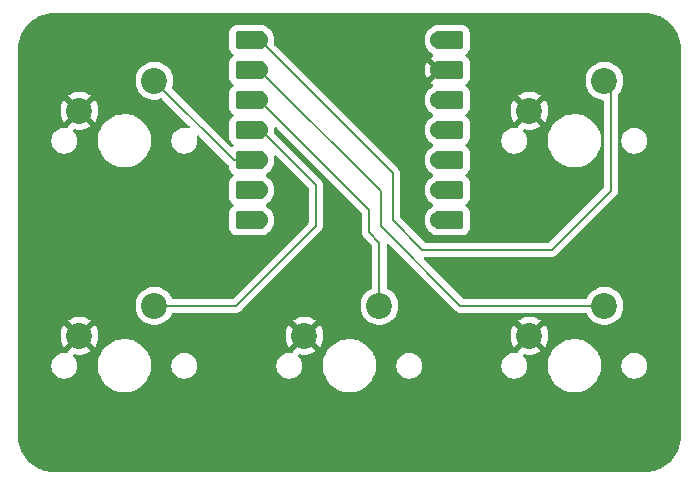
<source format=gbr>
%TF.GenerationSoftware,KiCad,Pcbnew,9.0.2-9.0.2-0~ubuntu24.04.1*%
%TF.CreationDate,2025-08-01T01:18:43+01:00*%
%TF.ProjectId,cadpadPCB,63616470-6164-4504-9342-2e6b69636164,rev?*%
%TF.SameCoordinates,Original*%
%TF.FileFunction,Copper,L1,Top*%
%TF.FilePolarity,Positive*%
%FSLAX46Y46*%
G04 Gerber Fmt 4.6, Leading zero omitted, Abs format (unit mm)*
G04 Created by KiCad (PCBNEW 9.0.2-9.0.2-0~ubuntu24.04.1) date 2025-08-01 01:18:43*
%MOMM*%
%LPD*%
G01*
G04 APERTURE LIST*
G04 Aperture macros list*
%AMRoundRect*
0 Rectangle with rounded corners*
0 $1 Rounding radius*
0 $2 $3 $4 $5 $6 $7 $8 $9 X,Y pos of 4 corners*
0 Add a 4 corners polygon primitive as box body*
4,1,4,$2,$3,$4,$5,$6,$7,$8,$9,$2,$3,0*
0 Add four circle primitives for the rounded corners*
1,1,$1+$1,$2,$3*
1,1,$1+$1,$4,$5*
1,1,$1+$1,$6,$7*
1,1,$1+$1,$8,$9*
0 Add four rect primitives between the rounded corners*
20,1,$1+$1,$2,$3,$4,$5,0*
20,1,$1+$1,$4,$5,$6,$7,0*
20,1,$1+$1,$6,$7,$8,$9,0*
20,1,$1+$1,$8,$9,$2,$3,0*%
G04 Aperture macros list end*
%TA.AperFunction,ComponentPad*%
%ADD10C,2.200000*%
%TD*%
%TA.AperFunction,SMDPad,CuDef*%
%ADD11RoundRect,0.152400X1.063600X0.609600X-1.063600X0.609600X-1.063600X-0.609600X1.063600X-0.609600X0*%
%TD*%
%TA.AperFunction,ComponentPad*%
%ADD12C,1.524000*%
%TD*%
%TA.AperFunction,SMDPad,CuDef*%
%ADD13RoundRect,0.152400X-1.063600X-0.609600X1.063600X-0.609600X1.063600X0.609600X-1.063600X0.609600X0*%
%TD*%
%TA.AperFunction,Conductor*%
%ADD14C,0.200000*%
%TD*%
G04 APERTURE END LIST*
D10*
%TO.P,SW1,1,1*%
%TO.N,Net-(U1-GPIO6{slash}SDA)*%
X116840000Y-49688750D03*
%TO.P,SW1,2,2*%
%TO.N,GND*%
X110490000Y-52228750D03*
%TD*%
%TO.P,SW5,1,1*%
%TO.N,Net-(U1-GPIO26{slash}ADC0{slash}A0)*%
X154940000Y-49688750D03*
%TO.P,SW5,2,2*%
%TO.N,GND*%
X148590000Y-52228750D03*
%TD*%
%TO.P,SW2,1,1*%
%TO.N,Net-(U1-GPIO29{slash}ADC3{slash}A3)*%
X116840000Y-68738750D03*
%TO.P,SW2,2,2*%
%TO.N,GND*%
X110490000Y-71278750D03*
%TD*%
D11*
%TO.P,U1,1,GPIO26/ADC0/A0*%
%TO.N,Net-(U1-GPIO26{slash}ADC0{slash}A0)*%
X124895000Y-46260000D03*
D12*
X125730000Y-46260000D03*
D11*
%TO.P,U1,2,GPIO27/ADC1/A1*%
%TO.N,Net-(U1-GPIO27{slash}ADC1{slash}A1)*%
X124895000Y-48800000D03*
D12*
X125730000Y-48800000D03*
D11*
%TO.P,U1,3,GPIO28/ADC2/A2*%
%TO.N,Net-(U1-GPIO28{slash}ADC2{slash}A2)*%
X124895000Y-51340000D03*
D12*
X125730000Y-51340000D03*
D11*
%TO.P,U1,4,GPIO29/ADC3/A3*%
%TO.N,Net-(U1-GPIO29{slash}ADC3{slash}A3)*%
X124895000Y-53880000D03*
D12*
X125730000Y-53880000D03*
D11*
%TO.P,U1,5,GPIO6/SDA*%
%TO.N,Net-(U1-GPIO6{slash}SDA)*%
X124895000Y-56420000D03*
D12*
X125730000Y-56420000D03*
D11*
%TO.P,U1,6,GPIO7/SCL*%
%TO.N,unconnected-(U1-GPIO7{slash}SCL-Pad6)*%
X124895000Y-58960000D03*
D12*
X125730000Y-58960000D03*
D11*
%TO.P,U1,7,GPIO0/TX*%
%TO.N,unconnected-(U1-GPIO0{slash}TX-Pad7)*%
X124895000Y-61500000D03*
D12*
X125730000Y-61500000D03*
%TO.P,U1,8,GPIO1/RX*%
%TO.N,unconnected-(U1-GPIO1{slash}RX-Pad8)*%
X140970000Y-61500000D03*
D13*
X141805000Y-61500000D03*
D12*
%TO.P,U1,9,GPIO2/SCK*%
%TO.N,unconnected-(U1-GPIO2{slash}SCK-Pad9)*%
X140970000Y-58960000D03*
D13*
X141805000Y-58960000D03*
D12*
%TO.P,U1,10,GPIO4/MISO*%
%TO.N,unconnected-(U1-GPIO4{slash}MISO-Pad10)*%
X140970000Y-56420000D03*
D13*
X141805000Y-56420000D03*
D12*
%TO.P,U1,11,GPIO3/MOSI*%
%TO.N,unconnected-(U1-GPIO3{slash}MOSI-Pad11)*%
X140970000Y-53880000D03*
D13*
X141805000Y-53880000D03*
D12*
%TO.P,U1,12,3V3*%
%TO.N,unconnected-(U1-3V3-Pad12)*%
X140970000Y-51340000D03*
D13*
X141805000Y-51340000D03*
D12*
%TO.P,U1,13,GND*%
%TO.N,GND*%
X140970000Y-48800000D03*
D13*
X141805000Y-48800000D03*
D12*
%TO.P,U1,14,VBUS*%
%TO.N,unconnected-(U1-VBUS-Pad14)*%
X140970000Y-46260000D03*
D13*
X141805000Y-46260000D03*
%TD*%
D10*
%TO.P,SW3,1,1*%
%TO.N,Net-(U1-GPIO28{slash}ADC2{slash}A2)*%
X135890000Y-68738750D03*
%TO.P,SW3,2,2*%
%TO.N,GND*%
X129540000Y-71278750D03*
%TD*%
%TO.P,SW4,1,1*%
%TO.N,Net-(U1-GPIO27{slash}ADC1{slash}A1)*%
X154940000Y-68738750D03*
%TO.P,SW4,2,2*%
%TO.N,GND*%
X148590000Y-71278750D03*
%TD*%
D14*
%TO.N,Net-(U1-GPIO6{slash}SDA)*%
X125730000Y-56420000D02*
X123571250Y-56420000D01*
X123571250Y-56420000D02*
X116840000Y-49688750D01*
%TO.N,Net-(U1-GPIO29{slash}ADC3{slash}A3)*%
X125730000Y-53880000D02*
X125880000Y-53880000D01*
X123761250Y-68738750D02*
X116840000Y-68738750D01*
X125880000Y-53880000D02*
X130500000Y-58500000D01*
X130500000Y-58500000D02*
X130500000Y-62000000D01*
X130500000Y-62000000D02*
X123761250Y-68738750D01*
%TO.N,Net-(U1-GPIO28{slash}ADC2{slash}A2)*%
X135000000Y-62500000D02*
X135890000Y-63390000D01*
X135890000Y-63390000D02*
X135890000Y-68738750D01*
X135000000Y-60610000D02*
X135000000Y-62500000D01*
X125730000Y-51340000D02*
X135000000Y-60610000D01*
%TO.N,Net-(U1-GPIO27{slash}ADC1{slash}A1)*%
X142738750Y-68738750D02*
X154940000Y-68738750D01*
X136000000Y-59070000D02*
X136000000Y-62000000D01*
X125730000Y-48800000D02*
X136000000Y-59070000D01*
X136000000Y-62000000D02*
X142738750Y-68738750D01*
%TO.N,Net-(U1-GPIO26{slash}ADC0{slash}A0)*%
X139500000Y-64000000D02*
X150500000Y-64000000D01*
X125760000Y-46260000D02*
X137000000Y-57500000D01*
X137000000Y-57500000D02*
X137000000Y-61500000D01*
X124895000Y-46260000D02*
X125760000Y-46260000D01*
X155500000Y-59000000D02*
X155500000Y-50248750D01*
X137000000Y-61500000D02*
X139500000Y-64000000D01*
X155500000Y-50248750D02*
X154940000Y-49688750D01*
X150500000Y-64000000D02*
X155500000Y-59000000D01*
%TD*%
%TA.AperFunction,Conductor*%
%TO.N,GND*%
G36*
X158287372Y-43958350D02*
G01*
X158350022Y-43958349D01*
X158356507Y-43958518D01*
X158667825Y-43974831D01*
X158680714Y-43976185D01*
X158985439Y-44024445D01*
X158998116Y-44027141D01*
X159296114Y-44106986D01*
X159308429Y-44110987D01*
X159596356Y-44221510D01*
X159596445Y-44221544D01*
X159608300Y-44226822D01*
X159883184Y-44366880D01*
X159894399Y-44373355D01*
X160153097Y-44541354D01*
X160153137Y-44541380D01*
X160163637Y-44549009D01*
X160403377Y-44743145D01*
X160413023Y-44751830D01*
X160631157Y-44969964D01*
X160639842Y-44979609D01*
X160833987Y-45219357D01*
X160841616Y-45229858D01*
X161009630Y-45488576D01*
X161016120Y-45499817D01*
X161156171Y-45774686D01*
X161161450Y-45786543D01*
X161272002Y-46074542D01*
X161276013Y-46086886D01*
X161355857Y-46384872D01*
X161358553Y-46397554D01*
X161406811Y-46702254D01*
X161408167Y-46715162D01*
X161424466Y-47026204D01*
X161424636Y-47032693D01*
X161424636Y-47082464D01*
X161424501Y-79706043D01*
X161424501Y-79706044D01*
X161424500Y-79768689D01*
X161424330Y-79775178D01*
X161408012Y-80086474D01*
X161406655Y-80099383D01*
X161358394Y-80404059D01*
X161355696Y-80416754D01*
X161275856Y-80714710D01*
X161271844Y-80727054D01*
X161161295Y-81015034D01*
X161156016Y-81026891D01*
X161015967Y-81301743D01*
X161009478Y-81312983D01*
X160841475Y-81571680D01*
X160833845Y-81582181D01*
X160639709Y-81821913D01*
X160631024Y-81831558D01*
X160412901Y-82049676D01*
X160403256Y-82058361D01*
X160163524Y-82252486D01*
X160153030Y-82260111D01*
X159894313Y-82428119D01*
X159883077Y-82434605D01*
X159608227Y-82574645D01*
X159596371Y-82579923D01*
X159308389Y-82690466D01*
X159296044Y-82694477D01*
X158998085Y-82774310D01*
X158985390Y-82777009D01*
X158680706Y-82825263D01*
X158667797Y-82826619D01*
X158354896Y-82843013D01*
X158348430Y-82843183D01*
X158343526Y-82843183D01*
X158287372Y-82843183D01*
X158287331Y-82843193D01*
X158279380Y-82843195D01*
X158279376Y-82843193D01*
X158279358Y-82843195D01*
X108350215Y-82843248D01*
X108343725Y-82843078D01*
X108032420Y-82826762D01*
X108019511Y-82825405D01*
X108018614Y-82825263D01*
X107971765Y-82817842D01*
X107714832Y-82777146D01*
X107702138Y-82774448D01*
X107622175Y-82753021D01*
X107404160Y-82694603D01*
X107391817Y-82690592D01*
X107103826Y-82580042D01*
X107091969Y-82574763D01*
X107091737Y-82574645D01*
X106817105Y-82434711D01*
X106805865Y-82428221D01*
X106547156Y-82260214D01*
X106536655Y-82252585D01*
X106296913Y-82058445D01*
X106287268Y-82049760D01*
X106069144Y-81831636D01*
X106060459Y-81821991D01*
X105866322Y-81582253D01*
X105858693Y-81571753D01*
X105759225Y-81418588D01*
X105690673Y-81313027D01*
X105684185Y-81301788D01*
X105544143Y-81026944D01*
X105538863Y-81015087D01*
X105428310Y-80727090D01*
X105424300Y-80714747D01*
X105344453Y-80416766D01*
X105341754Y-80404070D01*
X105330837Y-80335149D01*
X105293492Y-80099380D01*
X105292138Y-80086502D01*
X105275825Y-79775290D01*
X105275656Y-79768873D01*
X105275643Y-73732139D01*
X108119500Y-73732139D01*
X108119500Y-73905361D01*
X108146598Y-74076451D01*
X108200127Y-74241195D01*
X108278768Y-74395538D01*
X108380586Y-74535678D01*
X108503072Y-74658164D01*
X108643212Y-74759982D01*
X108797555Y-74838623D01*
X108962299Y-74892152D01*
X109133389Y-74919250D01*
X109133390Y-74919250D01*
X109306610Y-74919250D01*
X109306611Y-74919250D01*
X109477701Y-74892152D01*
X109642445Y-74838623D01*
X109796788Y-74759982D01*
X109936928Y-74658164D01*
X110059414Y-74535678D01*
X110161232Y-74395538D01*
X110239873Y-74241195D01*
X110293402Y-74076451D01*
X110320500Y-73905361D01*
X110320500Y-73732139D01*
X110310854Y-73671236D01*
X112049500Y-73671236D01*
X112049500Y-73966263D01*
X112081571Y-74209863D01*
X112088007Y-74258743D01*
X112162212Y-74535680D01*
X112164361Y-74543701D01*
X112164364Y-74543711D01*
X112277254Y-74816250D01*
X112277258Y-74816260D01*
X112424761Y-75071743D01*
X112604352Y-75305790D01*
X112604358Y-75305797D01*
X112812952Y-75514391D01*
X112812959Y-75514397D01*
X113047006Y-75693988D01*
X113302489Y-75841491D01*
X113302490Y-75841491D01*
X113302493Y-75841493D01*
X113575048Y-75954389D01*
X113860007Y-76030743D01*
X114152494Y-76069250D01*
X114152501Y-76069250D01*
X114447499Y-76069250D01*
X114447506Y-76069250D01*
X114739993Y-76030743D01*
X115024952Y-75954389D01*
X115297507Y-75841493D01*
X115552994Y-75693988D01*
X115787042Y-75514396D01*
X115995646Y-75305792D01*
X116175238Y-75071744D01*
X116322743Y-74816257D01*
X116435639Y-74543702D01*
X116511993Y-74258743D01*
X116550500Y-73966256D01*
X116550500Y-73732139D01*
X118279500Y-73732139D01*
X118279500Y-73905361D01*
X118306598Y-74076451D01*
X118360127Y-74241195D01*
X118438768Y-74395538D01*
X118540586Y-74535678D01*
X118663072Y-74658164D01*
X118803212Y-74759982D01*
X118957555Y-74838623D01*
X119122299Y-74892152D01*
X119293389Y-74919250D01*
X119293390Y-74919250D01*
X119466610Y-74919250D01*
X119466611Y-74919250D01*
X119637701Y-74892152D01*
X119802445Y-74838623D01*
X119956788Y-74759982D01*
X120096928Y-74658164D01*
X120219414Y-74535678D01*
X120321232Y-74395538D01*
X120399873Y-74241195D01*
X120453402Y-74076451D01*
X120480500Y-73905361D01*
X120480500Y-73732139D01*
X127169500Y-73732139D01*
X127169500Y-73905361D01*
X127196598Y-74076451D01*
X127250127Y-74241195D01*
X127328768Y-74395538D01*
X127430586Y-74535678D01*
X127553072Y-74658164D01*
X127693212Y-74759982D01*
X127847555Y-74838623D01*
X128012299Y-74892152D01*
X128183389Y-74919250D01*
X128183390Y-74919250D01*
X128356610Y-74919250D01*
X128356611Y-74919250D01*
X128527701Y-74892152D01*
X128692445Y-74838623D01*
X128846788Y-74759982D01*
X128986928Y-74658164D01*
X129109414Y-74535678D01*
X129211232Y-74395538D01*
X129289873Y-74241195D01*
X129343402Y-74076451D01*
X129370500Y-73905361D01*
X129370500Y-73732139D01*
X129360854Y-73671236D01*
X131099500Y-73671236D01*
X131099500Y-73966263D01*
X131131571Y-74209863D01*
X131138007Y-74258743D01*
X131212212Y-74535680D01*
X131214361Y-74543701D01*
X131214364Y-74543711D01*
X131327254Y-74816250D01*
X131327258Y-74816260D01*
X131474761Y-75071743D01*
X131654352Y-75305790D01*
X131654358Y-75305797D01*
X131862952Y-75514391D01*
X131862959Y-75514397D01*
X132097006Y-75693988D01*
X132352489Y-75841491D01*
X132352490Y-75841491D01*
X132352493Y-75841493D01*
X132625048Y-75954389D01*
X132910007Y-76030743D01*
X133202494Y-76069250D01*
X133202501Y-76069250D01*
X133497499Y-76069250D01*
X133497506Y-76069250D01*
X133789993Y-76030743D01*
X134074952Y-75954389D01*
X134347507Y-75841493D01*
X134602994Y-75693988D01*
X134837042Y-75514396D01*
X135045646Y-75305792D01*
X135225238Y-75071744D01*
X135372743Y-74816257D01*
X135485639Y-74543702D01*
X135561993Y-74258743D01*
X135600500Y-73966256D01*
X135600500Y-73732139D01*
X137329500Y-73732139D01*
X137329500Y-73905361D01*
X137356598Y-74076451D01*
X137410127Y-74241195D01*
X137488768Y-74395538D01*
X137590586Y-74535678D01*
X137713072Y-74658164D01*
X137853212Y-74759982D01*
X138007555Y-74838623D01*
X138172299Y-74892152D01*
X138343389Y-74919250D01*
X138343390Y-74919250D01*
X138516610Y-74919250D01*
X138516611Y-74919250D01*
X138687701Y-74892152D01*
X138852445Y-74838623D01*
X139006788Y-74759982D01*
X139146928Y-74658164D01*
X139269414Y-74535678D01*
X139371232Y-74395538D01*
X139449873Y-74241195D01*
X139503402Y-74076451D01*
X139530500Y-73905361D01*
X139530500Y-73732139D01*
X146219500Y-73732139D01*
X146219500Y-73905361D01*
X146246598Y-74076451D01*
X146300127Y-74241195D01*
X146378768Y-74395538D01*
X146480586Y-74535678D01*
X146603072Y-74658164D01*
X146743212Y-74759982D01*
X146897555Y-74838623D01*
X147062299Y-74892152D01*
X147233389Y-74919250D01*
X147233390Y-74919250D01*
X147406610Y-74919250D01*
X147406611Y-74919250D01*
X147577701Y-74892152D01*
X147742445Y-74838623D01*
X147896788Y-74759982D01*
X148036928Y-74658164D01*
X148159414Y-74535678D01*
X148261232Y-74395538D01*
X148339873Y-74241195D01*
X148393402Y-74076451D01*
X148420500Y-73905361D01*
X148420500Y-73732139D01*
X148410854Y-73671236D01*
X150149500Y-73671236D01*
X150149500Y-73966263D01*
X150181571Y-74209863D01*
X150188007Y-74258743D01*
X150262212Y-74535680D01*
X150264361Y-74543701D01*
X150264364Y-74543711D01*
X150377254Y-74816250D01*
X150377258Y-74816260D01*
X150524761Y-75071743D01*
X150704352Y-75305790D01*
X150704358Y-75305797D01*
X150912952Y-75514391D01*
X150912959Y-75514397D01*
X151147006Y-75693988D01*
X151402489Y-75841491D01*
X151402490Y-75841491D01*
X151402493Y-75841493D01*
X151675048Y-75954389D01*
X151960007Y-76030743D01*
X152252494Y-76069250D01*
X152252501Y-76069250D01*
X152547499Y-76069250D01*
X152547506Y-76069250D01*
X152839993Y-76030743D01*
X153124952Y-75954389D01*
X153397507Y-75841493D01*
X153652994Y-75693988D01*
X153887042Y-75514396D01*
X154095646Y-75305792D01*
X154275238Y-75071744D01*
X154422743Y-74816257D01*
X154535639Y-74543702D01*
X154611993Y-74258743D01*
X154650500Y-73966256D01*
X154650500Y-73732139D01*
X156379500Y-73732139D01*
X156379500Y-73905361D01*
X156406598Y-74076451D01*
X156460127Y-74241195D01*
X156538768Y-74395538D01*
X156640586Y-74535678D01*
X156763072Y-74658164D01*
X156903212Y-74759982D01*
X157057555Y-74838623D01*
X157222299Y-74892152D01*
X157393389Y-74919250D01*
X157393390Y-74919250D01*
X157566610Y-74919250D01*
X157566611Y-74919250D01*
X157737701Y-74892152D01*
X157902445Y-74838623D01*
X158056788Y-74759982D01*
X158196928Y-74658164D01*
X158319414Y-74535678D01*
X158421232Y-74395538D01*
X158499873Y-74241195D01*
X158553402Y-74076451D01*
X158580500Y-73905361D01*
X158580500Y-73732139D01*
X158553402Y-73561049D01*
X158499873Y-73396305D01*
X158421232Y-73241962D01*
X158319414Y-73101822D01*
X158196928Y-72979336D01*
X158056788Y-72877518D01*
X157902445Y-72798877D01*
X157737701Y-72745348D01*
X157737699Y-72745347D01*
X157737698Y-72745347D01*
X157606271Y-72724531D01*
X157566611Y-72718250D01*
X157393389Y-72718250D01*
X157353728Y-72724531D01*
X157222302Y-72745347D01*
X157057552Y-72798878D01*
X156903211Y-72877518D01*
X156847115Y-72918275D01*
X156763072Y-72979336D01*
X156763070Y-72979338D01*
X156763069Y-72979338D01*
X156640588Y-73101819D01*
X156640588Y-73101820D01*
X156640586Y-73101822D01*
X156596859Y-73162006D01*
X156538768Y-73241961D01*
X156460128Y-73396302D01*
X156406597Y-73561052D01*
X156380272Y-73727267D01*
X156379500Y-73732139D01*
X154650500Y-73732139D01*
X154650500Y-73671244D01*
X154611993Y-73378757D01*
X154535639Y-73093798D01*
X154422743Y-72821243D01*
X154372604Y-72734400D01*
X154275238Y-72565756D01*
X154095647Y-72331709D01*
X154095641Y-72331702D01*
X153887047Y-72123108D01*
X153887040Y-72123102D01*
X153652993Y-71943511D01*
X153397510Y-71796008D01*
X153397500Y-71796004D01*
X153124961Y-71683114D01*
X153124954Y-71683112D01*
X153124952Y-71683111D01*
X152839993Y-71606757D01*
X152791113Y-71600321D01*
X152547513Y-71568250D01*
X152547506Y-71568250D01*
X152252494Y-71568250D01*
X152252486Y-71568250D01*
X151974085Y-71604903D01*
X151960007Y-71606757D01*
X151785861Y-71653419D01*
X151675048Y-71683111D01*
X151675038Y-71683114D01*
X151402499Y-71796004D01*
X151402489Y-71796008D01*
X151147006Y-71943511D01*
X150912959Y-72123102D01*
X150912952Y-72123108D01*
X150704358Y-72331702D01*
X150704352Y-72331709D01*
X150524761Y-72565756D01*
X150377258Y-72821239D01*
X150377254Y-72821249D01*
X150264364Y-73093788D01*
X150264361Y-73093798D01*
X150188008Y-73378754D01*
X150188006Y-73378765D01*
X150149500Y-73671236D01*
X148410854Y-73671236D01*
X148393402Y-73561049D01*
X148339873Y-73396305D01*
X148261232Y-73241962D01*
X148159414Y-73101822D01*
X148106882Y-73049290D01*
X148073397Y-72987967D01*
X148078381Y-72918275D01*
X148120253Y-72862342D01*
X148185717Y-72837925D01*
X148213961Y-72839136D01*
X148464072Y-72878750D01*
X148715928Y-72878750D01*
X148964669Y-72839352D01*
X149204184Y-72761530D01*
X149428575Y-72647196D01*
X149428581Y-72647192D01*
X149530697Y-72573000D01*
X149530698Y-72573000D01*
X148914025Y-71956328D01*
X148945258Y-71943391D01*
X149068097Y-71861313D01*
X149172563Y-71756847D01*
X149254641Y-71634008D01*
X149267577Y-71602775D01*
X149884250Y-72219448D01*
X149884250Y-72219447D01*
X149958442Y-72117331D01*
X149958446Y-72117325D01*
X150072780Y-71892934D01*
X150150602Y-71653419D01*
X150190000Y-71404678D01*
X150190000Y-71152821D01*
X150150602Y-70904080D01*
X150072780Y-70664565D01*
X149958442Y-70440166D01*
X149884250Y-70338051D01*
X149884250Y-70338050D01*
X149267577Y-70954723D01*
X149254641Y-70923492D01*
X149172563Y-70800653D01*
X149068097Y-70696187D01*
X148945258Y-70614109D01*
X148914024Y-70601171D01*
X149530698Y-69984498D01*
X149428583Y-69910307D01*
X149204184Y-69795969D01*
X148964669Y-69718147D01*
X148715928Y-69678750D01*
X148464072Y-69678750D01*
X148215330Y-69718147D01*
X147975815Y-69795969D01*
X147751413Y-69910309D01*
X147649301Y-69984497D01*
X147649300Y-69984498D01*
X148265974Y-70601171D01*
X148234742Y-70614109D01*
X148111903Y-70696187D01*
X148007437Y-70800653D01*
X147925359Y-70923492D01*
X147912421Y-70954724D01*
X147295748Y-70338050D01*
X147295747Y-70338051D01*
X147221559Y-70440163D01*
X147107219Y-70664565D01*
X147029397Y-70904080D01*
X146990000Y-71152821D01*
X146990000Y-71404678D01*
X147029397Y-71653419D01*
X147107219Y-71892934D01*
X147221557Y-72117333D01*
X147295748Y-72219447D01*
X147295748Y-72219448D01*
X147912421Y-71602774D01*
X147925359Y-71634008D01*
X148007437Y-71756847D01*
X148111903Y-71861313D01*
X148234742Y-71943391D01*
X148265974Y-71956327D01*
X147649300Y-72573000D01*
X147651598Y-72602199D01*
X147637233Y-72670577D01*
X147588181Y-72720333D01*
X147520016Y-72735671D01*
X147508583Y-72734400D01*
X147406611Y-72718250D01*
X147233389Y-72718250D01*
X147193728Y-72724531D01*
X147062302Y-72745347D01*
X146897552Y-72798878D01*
X146743211Y-72877518D01*
X146687115Y-72918275D01*
X146603072Y-72979336D01*
X146603070Y-72979338D01*
X146603069Y-72979338D01*
X146480588Y-73101819D01*
X146480588Y-73101820D01*
X146480586Y-73101822D01*
X146436859Y-73162006D01*
X146378768Y-73241961D01*
X146300128Y-73396302D01*
X146246597Y-73561052D01*
X146220272Y-73727267D01*
X146219500Y-73732139D01*
X139530500Y-73732139D01*
X139503402Y-73561049D01*
X139449873Y-73396305D01*
X139371232Y-73241962D01*
X139269414Y-73101822D01*
X139146928Y-72979336D01*
X139006788Y-72877518D01*
X138852445Y-72798877D01*
X138687701Y-72745348D01*
X138687699Y-72745347D01*
X138687698Y-72745347D01*
X138556271Y-72724531D01*
X138516611Y-72718250D01*
X138343389Y-72718250D01*
X138303728Y-72724531D01*
X138172302Y-72745347D01*
X138007552Y-72798878D01*
X137853211Y-72877518D01*
X137797115Y-72918275D01*
X137713072Y-72979336D01*
X137713070Y-72979338D01*
X137713069Y-72979338D01*
X137590588Y-73101819D01*
X137590588Y-73101820D01*
X137590586Y-73101822D01*
X137546859Y-73162006D01*
X137488768Y-73241961D01*
X137410128Y-73396302D01*
X137356597Y-73561052D01*
X137330272Y-73727267D01*
X137329500Y-73732139D01*
X135600500Y-73732139D01*
X135600500Y-73671244D01*
X135561993Y-73378757D01*
X135485639Y-73093798D01*
X135372743Y-72821243D01*
X135322604Y-72734400D01*
X135225238Y-72565756D01*
X135045647Y-72331709D01*
X135045641Y-72331702D01*
X134837047Y-72123108D01*
X134837040Y-72123102D01*
X134602993Y-71943511D01*
X134347510Y-71796008D01*
X134347500Y-71796004D01*
X134074961Y-71683114D01*
X134074954Y-71683112D01*
X134074952Y-71683111D01*
X133789993Y-71606757D01*
X133741113Y-71600321D01*
X133497513Y-71568250D01*
X133497506Y-71568250D01*
X133202494Y-71568250D01*
X133202486Y-71568250D01*
X132924085Y-71604903D01*
X132910007Y-71606757D01*
X132735861Y-71653419D01*
X132625048Y-71683111D01*
X132625038Y-71683114D01*
X132352499Y-71796004D01*
X132352489Y-71796008D01*
X132097006Y-71943511D01*
X131862959Y-72123102D01*
X131862952Y-72123108D01*
X131654358Y-72331702D01*
X131654352Y-72331709D01*
X131474761Y-72565756D01*
X131327258Y-72821239D01*
X131327254Y-72821249D01*
X131214364Y-73093788D01*
X131214361Y-73093798D01*
X131138008Y-73378754D01*
X131138006Y-73378765D01*
X131099500Y-73671236D01*
X129360854Y-73671236D01*
X129343402Y-73561049D01*
X129289873Y-73396305D01*
X129211232Y-73241962D01*
X129109414Y-73101822D01*
X129056882Y-73049290D01*
X129023397Y-72987967D01*
X129028381Y-72918275D01*
X129070253Y-72862342D01*
X129135717Y-72837925D01*
X129163961Y-72839136D01*
X129414072Y-72878750D01*
X129665928Y-72878750D01*
X129914669Y-72839352D01*
X130154184Y-72761530D01*
X130378575Y-72647196D01*
X130378581Y-72647192D01*
X130480697Y-72573000D01*
X130480698Y-72573000D01*
X129864025Y-71956328D01*
X129895258Y-71943391D01*
X130018097Y-71861313D01*
X130122563Y-71756847D01*
X130204641Y-71634008D01*
X130217577Y-71602775D01*
X130834250Y-72219448D01*
X130834250Y-72219447D01*
X130908442Y-72117331D01*
X130908446Y-72117325D01*
X131022780Y-71892934D01*
X131100602Y-71653419D01*
X131140000Y-71404678D01*
X131140000Y-71152821D01*
X131100602Y-70904080D01*
X131022780Y-70664565D01*
X130908442Y-70440166D01*
X130834250Y-70338051D01*
X130834250Y-70338050D01*
X130217577Y-70954723D01*
X130204641Y-70923492D01*
X130122563Y-70800653D01*
X130018097Y-70696187D01*
X129895258Y-70614109D01*
X129864024Y-70601171D01*
X130480698Y-69984498D01*
X130378583Y-69910307D01*
X130154184Y-69795969D01*
X129914669Y-69718147D01*
X129665928Y-69678750D01*
X129414072Y-69678750D01*
X129165330Y-69718147D01*
X128925815Y-69795969D01*
X128701413Y-69910309D01*
X128599301Y-69984497D01*
X128599300Y-69984498D01*
X129215974Y-70601171D01*
X129184742Y-70614109D01*
X129061903Y-70696187D01*
X128957437Y-70800653D01*
X128875359Y-70923492D01*
X128862421Y-70954724D01*
X128245748Y-70338050D01*
X128245747Y-70338051D01*
X128171559Y-70440163D01*
X128057219Y-70664565D01*
X127979397Y-70904080D01*
X127940000Y-71152821D01*
X127940000Y-71404678D01*
X127979397Y-71653419D01*
X128057219Y-71892934D01*
X128171557Y-72117333D01*
X128245748Y-72219447D01*
X128245748Y-72219448D01*
X128862421Y-71602774D01*
X128875359Y-71634008D01*
X128957437Y-71756847D01*
X129061903Y-71861313D01*
X129184742Y-71943391D01*
X129215974Y-71956327D01*
X128599300Y-72573000D01*
X128601598Y-72602199D01*
X128587233Y-72670577D01*
X128538181Y-72720333D01*
X128470016Y-72735671D01*
X128458583Y-72734400D01*
X128356611Y-72718250D01*
X128183389Y-72718250D01*
X128143728Y-72724531D01*
X128012302Y-72745347D01*
X127847552Y-72798878D01*
X127693211Y-72877518D01*
X127637115Y-72918275D01*
X127553072Y-72979336D01*
X127553070Y-72979338D01*
X127553069Y-72979338D01*
X127430588Y-73101819D01*
X127430588Y-73101820D01*
X127430586Y-73101822D01*
X127386859Y-73162006D01*
X127328768Y-73241961D01*
X127250128Y-73396302D01*
X127196597Y-73561052D01*
X127170272Y-73727267D01*
X127169500Y-73732139D01*
X120480500Y-73732139D01*
X120453402Y-73561049D01*
X120399873Y-73396305D01*
X120321232Y-73241962D01*
X120219414Y-73101822D01*
X120096928Y-72979336D01*
X119956788Y-72877518D01*
X119802445Y-72798877D01*
X119637701Y-72745348D01*
X119637699Y-72745347D01*
X119637698Y-72745347D01*
X119506271Y-72724531D01*
X119466611Y-72718250D01*
X119293389Y-72718250D01*
X119253728Y-72724531D01*
X119122302Y-72745347D01*
X118957552Y-72798878D01*
X118803211Y-72877518D01*
X118747115Y-72918275D01*
X118663072Y-72979336D01*
X118663070Y-72979338D01*
X118663069Y-72979338D01*
X118540588Y-73101819D01*
X118540588Y-73101820D01*
X118540586Y-73101822D01*
X118496859Y-73162006D01*
X118438768Y-73241961D01*
X118360128Y-73396302D01*
X118306597Y-73561052D01*
X118280272Y-73727267D01*
X118279500Y-73732139D01*
X116550500Y-73732139D01*
X116550500Y-73671244D01*
X116511993Y-73378757D01*
X116435639Y-73093798D01*
X116322743Y-72821243D01*
X116272604Y-72734400D01*
X116175238Y-72565756D01*
X115995647Y-72331709D01*
X115995641Y-72331702D01*
X115787047Y-72123108D01*
X115787040Y-72123102D01*
X115552993Y-71943511D01*
X115297510Y-71796008D01*
X115297500Y-71796004D01*
X115024961Y-71683114D01*
X115024954Y-71683112D01*
X115024952Y-71683111D01*
X114739993Y-71606757D01*
X114691113Y-71600321D01*
X114447513Y-71568250D01*
X114447506Y-71568250D01*
X114152494Y-71568250D01*
X114152486Y-71568250D01*
X113874085Y-71604903D01*
X113860007Y-71606757D01*
X113685861Y-71653419D01*
X113575048Y-71683111D01*
X113575038Y-71683114D01*
X113302499Y-71796004D01*
X113302489Y-71796008D01*
X113047006Y-71943511D01*
X112812959Y-72123102D01*
X112812952Y-72123108D01*
X112604358Y-72331702D01*
X112604352Y-72331709D01*
X112424761Y-72565756D01*
X112277258Y-72821239D01*
X112277254Y-72821249D01*
X112164364Y-73093788D01*
X112164361Y-73093798D01*
X112088008Y-73378754D01*
X112088006Y-73378765D01*
X112049500Y-73671236D01*
X110310854Y-73671236D01*
X110293402Y-73561049D01*
X110239873Y-73396305D01*
X110161232Y-73241962D01*
X110059414Y-73101822D01*
X110006882Y-73049290D01*
X109973397Y-72987967D01*
X109978381Y-72918275D01*
X110020253Y-72862342D01*
X110085717Y-72837925D01*
X110113961Y-72839136D01*
X110364072Y-72878750D01*
X110615928Y-72878750D01*
X110864669Y-72839352D01*
X111104184Y-72761530D01*
X111328575Y-72647196D01*
X111328581Y-72647192D01*
X111430697Y-72573000D01*
X111430698Y-72573000D01*
X110814025Y-71956328D01*
X110845258Y-71943391D01*
X110968097Y-71861313D01*
X111072563Y-71756847D01*
X111154641Y-71634008D01*
X111167577Y-71602775D01*
X111784250Y-72219448D01*
X111784250Y-72219447D01*
X111858442Y-72117331D01*
X111858446Y-72117325D01*
X111972780Y-71892934D01*
X112050602Y-71653419D01*
X112090000Y-71404678D01*
X112090000Y-71152821D01*
X112050602Y-70904080D01*
X111972780Y-70664565D01*
X111858442Y-70440166D01*
X111784250Y-70338051D01*
X111784250Y-70338050D01*
X111167577Y-70954723D01*
X111154641Y-70923492D01*
X111072563Y-70800653D01*
X110968097Y-70696187D01*
X110845258Y-70614109D01*
X110814024Y-70601171D01*
X111430698Y-69984498D01*
X111328583Y-69910307D01*
X111104184Y-69795969D01*
X110864669Y-69718147D01*
X110615928Y-69678750D01*
X110364072Y-69678750D01*
X110115330Y-69718147D01*
X109875815Y-69795969D01*
X109651413Y-69910309D01*
X109549301Y-69984497D01*
X109549300Y-69984498D01*
X110165974Y-70601171D01*
X110134742Y-70614109D01*
X110011903Y-70696187D01*
X109907437Y-70800653D01*
X109825359Y-70923492D01*
X109812421Y-70954724D01*
X109195748Y-70338050D01*
X109195747Y-70338051D01*
X109121559Y-70440163D01*
X109007219Y-70664565D01*
X108929397Y-70904080D01*
X108890000Y-71152821D01*
X108890000Y-71404678D01*
X108929397Y-71653419D01*
X109007219Y-71892934D01*
X109121557Y-72117333D01*
X109195748Y-72219447D01*
X109195748Y-72219448D01*
X109812421Y-71602774D01*
X109825359Y-71634008D01*
X109907437Y-71756847D01*
X110011903Y-71861313D01*
X110134742Y-71943391D01*
X110165974Y-71956327D01*
X109549300Y-72573000D01*
X109551598Y-72602199D01*
X109537233Y-72670577D01*
X109488181Y-72720333D01*
X109420016Y-72735671D01*
X109408583Y-72734400D01*
X109306611Y-72718250D01*
X109133389Y-72718250D01*
X109093728Y-72724531D01*
X108962302Y-72745347D01*
X108797552Y-72798878D01*
X108643211Y-72877518D01*
X108587115Y-72918275D01*
X108503072Y-72979336D01*
X108503070Y-72979338D01*
X108503069Y-72979338D01*
X108380588Y-73101819D01*
X108380588Y-73101820D01*
X108380586Y-73101822D01*
X108336859Y-73162006D01*
X108278768Y-73241961D01*
X108200128Y-73396302D01*
X108146597Y-73561052D01*
X108120272Y-73727267D01*
X108119500Y-73732139D01*
X105275643Y-73732139D01*
X105275604Y-54682139D01*
X108119500Y-54682139D01*
X108119500Y-54855360D01*
X108143927Y-55009592D01*
X108146598Y-55026451D01*
X108200127Y-55191195D01*
X108278768Y-55345538D01*
X108380586Y-55485678D01*
X108503072Y-55608164D01*
X108643212Y-55709982D01*
X108797555Y-55788623D01*
X108962299Y-55842152D01*
X109133389Y-55869250D01*
X109133390Y-55869250D01*
X109306610Y-55869250D01*
X109306611Y-55869250D01*
X109477701Y-55842152D01*
X109642445Y-55788623D01*
X109796788Y-55709982D01*
X109936928Y-55608164D01*
X110059414Y-55485678D01*
X110161232Y-55345538D01*
X110239873Y-55191195D01*
X110293402Y-55026451D01*
X110320500Y-54855361D01*
X110320500Y-54682139D01*
X110310854Y-54621236D01*
X112049500Y-54621236D01*
X112049500Y-54916263D01*
X112078902Y-55139587D01*
X112088007Y-55208743D01*
X112162212Y-55485680D01*
X112164361Y-55493701D01*
X112164364Y-55493711D01*
X112277254Y-55766250D01*
X112277258Y-55766260D01*
X112424761Y-56021743D01*
X112604352Y-56255790D01*
X112604358Y-56255797D01*
X112812952Y-56464391D01*
X112812959Y-56464397D01*
X113047006Y-56643988D01*
X113302489Y-56791491D01*
X113302490Y-56791491D01*
X113302493Y-56791493D01*
X113420005Y-56840168D01*
X113568046Y-56901489D01*
X113575048Y-56904389D01*
X113860007Y-56980743D01*
X114152494Y-57019250D01*
X114152501Y-57019250D01*
X114447499Y-57019250D01*
X114447506Y-57019250D01*
X114739993Y-56980743D01*
X115024952Y-56904389D01*
X115297507Y-56791493D01*
X115552994Y-56643988D01*
X115787042Y-56464396D01*
X115995646Y-56255792D01*
X116175238Y-56021744D01*
X116322743Y-55766257D01*
X116435639Y-55493702D01*
X116511993Y-55208743D01*
X116550500Y-54916256D01*
X116550500Y-54621244D01*
X116511993Y-54328757D01*
X116435639Y-54043798D01*
X116322743Y-53771243D01*
X116320162Y-53766773D01*
X116175238Y-53515756D01*
X115995647Y-53281709D01*
X115995641Y-53281702D01*
X115787047Y-53073108D01*
X115787040Y-53073102D01*
X115552993Y-52893511D01*
X115297510Y-52746008D01*
X115297500Y-52746004D01*
X115024961Y-52633114D01*
X115024954Y-52633112D01*
X115024952Y-52633111D01*
X114739993Y-52556757D01*
X114691113Y-52550321D01*
X114447513Y-52518250D01*
X114447506Y-52518250D01*
X114152494Y-52518250D01*
X114152486Y-52518250D01*
X113884260Y-52553564D01*
X113860007Y-52556757D01*
X113622438Y-52620413D01*
X113575048Y-52633111D01*
X113575038Y-52633114D01*
X113302499Y-52746004D01*
X113302489Y-52746008D01*
X113047006Y-52893511D01*
X112812959Y-53073102D01*
X112812952Y-53073108D01*
X112604358Y-53281702D01*
X112604352Y-53281709D01*
X112424761Y-53515756D01*
X112277258Y-53771239D01*
X112277254Y-53771249D01*
X112164364Y-54043788D01*
X112164361Y-54043798D01*
X112093303Y-54308994D01*
X112088008Y-54328754D01*
X112088006Y-54328765D01*
X112049500Y-54621236D01*
X110310854Y-54621236D01*
X110293402Y-54511049D01*
X110239873Y-54346305D01*
X110161232Y-54191962D01*
X110059414Y-54051822D01*
X110006882Y-53999290D01*
X109973397Y-53937967D01*
X109978381Y-53868275D01*
X110020253Y-53812342D01*
X110085717Y-53787925D01*
X110113961Y-53789136D01*
X110364072Y-53828750D01*
X110615928Y-53828750D01*
X110864669Y-53789352D01*
X111104184Y-53711530D01*
X111328575Y-53597196D01*
X111328581Y-53597192D01*
X111430697Y-53523000D01*
X111430698Y-53523000D01*
X110814025Y-52906328D01*
X110845258Y-52893391D01*
X110968097Y-52811313D01*
X111072563Y-52706847D01*
X111154641Y-52584008D01*
X111167577Y-52552775D01*
X111784250Y-53169448D01*
X111784250Y-53169447D01*
X111858442Y-53067331D01*
X111858446Y-53067325D01*
X111972780Y-52842934D01*
X112050602Y-52603419D01*
X112090000Y-52354678D01*
X112090000Y-52102821D01*
X112050602Y-51854080D01*
X111972780Y-51614565D01*
X111858442Y-51390166D01*
X111784250Y-51288051D01*
X111784250Y-51288050D01*
X111167577Y-51904723D01*
X111154641Y-51873492D01*
X111072563Y-51750653D01*
X110968097Y-51646187D01*
X110845258Y-51564109D01*
X110814024Y-51551171D01*
X111430698Y-50934498D01*
X111328583Y-50860307D01*
X111104184Y-50745969D01*
X110864669Y-50668147D01*
X110615928Y-50628750D01*
X110364072Y-50628750D01*
X110115330Y-50668147D01*
X109875815Y-50745969D01*
X109651413Y-50860309D01*
X109549301Y-50934497D01*
X109549300Y-50934498D01*
X110165974Y-51551171D01*
X110134742Y-51564109D01*
X110011903Y-51646187D01*
X109907437Y-51750653D01*
X109825359Y-51873492D01*
X109812421Y-51904724D01*
X109195748Y-51288050D01*
X109195747Y-51288051D01*
X109121559Y-51390163D01*
X109007219Y-51614565D01*
X108929397Y-51854080D01*
X108890000Y-52102821D01*
X108890000Y-52354678D01*
X108929397Y-52603419D01*
X109007219Y-52842934D01*
X109121557Y-53067333D01*
X109195748Y-53169447D01*
X109195748Y-53169448D01*
X109812421Y-52552774D01*
X109825359Y-52584008D01*
X109907437Y-52706847D01*
X110011903Y-52811313D01*
X110134742Y-52893391D01*
X110165974Y-52906327D01*
X109549300Y-53523000D01*
X109551598Y-53552199D01*
X109537233Y-53620577D01*
X109488181Y-53670333D01*
X109420016Y-53685671D01*
X109408583Y-53684400D01*
X109306611Y-53668250D01*
X109133389Y-53668250D01*
X109093728Y-53674531D01*
X108962302Y-53695347D01*
X108797552Y-53748878D01*
X108643211Y-53827518D01*
X108587115Y-53868275D01*
X108503072Y-53929336D01*
X108503070Y-53929338D01*
X108503069Y-53929338D01*
X108380588Y-54051819D01*
X108380588Y-54051820D01*
X108380586Y-54051822D01*
X108375772Y-54058448D01*
X108278768Y-54191961D01*
X108200128Y-54346302D01*
X108146597Y-54511052D01*
X108119500Y-54682139D01*
X105275604Y-54682139D01*
X105275603Y-53979357D01*
X105275599Y-52097955D01*
X105275597Y-50981758D01*
X105275594Y-49562788D01*
X115239500Y-49562788D01*
X115239500Y-49814712D01*
X115257695Y-49929587D01*
X115278910Y-50063535D01*
X115356760Y-50303133D01*
X115435413Y-50457497D01*
X115466003Y-50517533D01*
X115471132Y-50527598D01*
X115619201Y-50731399D01*
X115619205Y-50731404D01*
X115797345Y-50909544D01*
X115797350Y-50909548D01*
X115975117Y-51038702D01*
X116001155Y-51057620D01*
X116144184Y-51130497D01*
X116225616Y-51171989D01*
X116225618Y-51171989D01*
X116225621Y-51171991D01*
X116465215Y-51249840D01*
X116714038Y-51289250D01*
X116714039Y-51289250D01*
X116965961Y-51289250D01*
X116965962Y-51289250D01*
X117214785Y-51249840D01*
X117396928Y-51190657D01*
X117466764Y-51188662D01*
X117522923Y-51220908D01*
X119805252Y-53503237D01*
X119838737Y-53564560D01*
X119833753Y-53634252D01*
X119791881Y-53690185D01*
X119726417Y-53714602D01*
X119679254Y-53708849D01*
X119637702Y-53695348D01*
X119637698Y-53695347D01*
X119506271Y-53674531D01*
X119466611Y-53668250D01*
X119293389Y-53668250D01*
X119253728Y-53674531D01*
X119122302Y-53695347D01*
X118957552Y-53748878D01*
X118803211Y-53827518D01*
X118747115Y-53868275D01*
X118663072Y-53929336D01*
X118663070Y-53929338D01*
X118663069Y-53929338D01*
X118540588Y-54051819D01*
X118540588Y-54051820D01*
X118540586Y-54051822D01*
X118535772Y-54058448D01*
X118438768Y-54191961D01*
X118360128Y-54346302D01*
X118306597Y-54511052D01*
X118279500Y-54682139D01*
X118279500Y-54855360D01*
X118303927Y-55009592D01*
X118306598Y-55026451D01*
X118360127Y-55191195D01*
X118438768Y-55345538D01*
X118540586Y-55485678D01*
X118663072Y-55608164D01*
X118803212Y-55709982D01*
X118957555Y-55788623D01*
X119122299Y-55842152D01*
X119293389Y-55869250D01*
X119293390Y-55869250D01*
X119466610Y-55869250D01*
X119466611Y-55869250D01*
X119637701Y-55842152D01*
X119802445Y-55788623D01*
X119956788Y-55709982D01*
X120096928Y-55608164D01*
X120219414Y-55485678D01*
X120321232Y-55345538D01*
X120399873Y-55191195D01*
X120453402Y-55026451D01*
X120480500Y-54855361D01*
X120480500Y-54682139D01*
X120453402Y-54511049D01*
X120439899Y-54469494D01*
X120437905Y-54399656D01*
X120473985Y-54339823D01*
X120536686Y-54308994D01*
X120606100Y-54316958D01*
X120645512Y-54343497D01*
X123090728Y-56788713D01*
X123090730Y-56788716D01*
X123142182Y-56840168D01*
X123157381Y-56868005D01*
X123175666Y-56901489D01*
X123178500Y-56927848D01*
X123178500Y-57095541D01*
X123181412Y-57132546D01*
X123181413Y-57132552D01*
X123227434Y-57290954D01*
X123227435Y-57290957D01*
X123311405Y-57432943D01*
X123311412Y-57432952D01*
X123428047Y-57549587D01*
X123428050Y-57549589D01*
X123428053Y-57549592D01*
X123484996Y-57583268D01*
X123532679Y-57634338D01*
X123545182Y-57703079D01*
X123518536Y-57767669D01*
X123484996Y-57796732D01*
X123428053Y-57830408D01*
X123428047Y-57830412D01*
X123311412Y-57947047D01*
X123311405Y-57947056D01*
X123227435Y-58089042D01*
X123227434Y-58089045D01*
X123181413Y-58247447D01*
X123181412Y-58247453D01*
X123178500Y-58284458D01*
X123178500Y-59635541D01*
X123181412Y-59672546D01*
X123181413Y-59672552D01*
X123227434Y-59830954D01*
X123227435Y-59830957D01*
X123311405Y-59972943D01*
X123311412Y-59972952D01*
X123428047Y-60089587D01*
X123428050Y-60089589D01*
X123428053Y-60089592D01*
X123484996Y-60123268D01*
X123532679Y-60174338D01*
X123545182Y-60243079D01*
X123518536Y-60307669D01*
X123484996Y-60336732D01*
X123428053Y-60370408D01*
X123428047Y-60370412D01*
X123311412Y-60487047D01*
X123311405Y-60487056D01*
X123227435Y-60629042D01*
X123227434Y-60629045D01*
X123181413Y-60787447D01*
X123181412Y-60787453D01*
X123178500Y-60824458D01*
X123178500Y-62175541D01*
X123181412Y-62212546D01*
X123181413Y-62212552D01*
X123227434Y-62370954D01*
X123227435Y-62370957D01*
X123311405Y-62512943D01*
X123311412Y-62512952D01*
X123428047Y-62629587D01*
X123428051Y-62629590D01*
X123428053Y-62629592D01*
X123570041Y-62713564D01*
X123611816Y-62725701D01*
X123728447Y-62759586D01*
X123728450Y-62759586D01*
X123728452Y-62759587D01*
X123765466Y-62762500D01*
X123765474Y-62762500D01*
X126024526Y-62762500D01*
X126024534Y-62762500D01*
X126061548Y-62759587D01*
X126061550Y-62759586D01*
X126061552Y-62759586D01*
X126103323Y-62747449D01*
X126219959Y-62713564D01*
X126361947Y-62629592D01*
X126458148Y-62533389D01*
X126472939Y-62520758D01*
X126552464Y-62462981D01*
X126692981Y-62322464D01*
X126809787Y-62161694D01*
X126900005Y-61984632D01*
X126961413Y-61795636D01*
X126992500Y-61599361D01*
X126992500Y-61400639D01*
X126961413Y-61204364D01*
X126900005Y-61015368D01*
X126900005Y-61015367D01*
X126854035Y-60925149D01*
X126809787Y-60838306D01*
X126692981Y-60677536D01*
X126552464Y-60537019D01*
X126472937Y-60479239D01*
X126466175Y-60473960D01*
X126462000Y-60470461D01*
X126361947Y-60370408D01*
X126296259Y-60331560D01*
X126288477Y-60325038D01*
X126274510Y-60304073D01*
X126257321Y-60285663D01*
X126255471Y-60275492D01*
X126249740Y-60266890D01*
X126249324Y-60241702D01*
X126244817Y-60216921D01*
X126248758Y-60207366D01*
X126248588Y-60197030D01*
X126261856Y-60175616D01*
X126271462Y-60152332D01*
X126281874Y-60143309D01*
X126285389Y-60137638D01*
X126292127Y-60134425D01*
X126305004Y-60123268D01*
X126361947Y-60089592D01*
X126458148Y-59993389D01*
X126472939Y-59980758D01*
X126552464Y-59922981D01*
X126692981Y-59782464D01*
X126809787Y-59621694D01*
X126900005Y-59444632D01*
X126961413Y-59255636D01*
X126992500Y-59059361D01*
X126992500Y-58860639D01*
X126961413Y-58664364D01*
X126900005Y-58475368D01*
X126900005Y-58475367D01*
X126854035Y-58385149D01*
X126809787Y-58298306D01*
X126692981Y-58137536D01*
X126552464Y-57997019D01*
X126472937Y-57939239D01*
X126466175Y-57933960D01*
X126462000Y-57930461D01*
X126361947Y-57830408D01*
X126296259Y-57791560D01*
X126288477Y-57785038D01*
X126274510Y-57764073D01*
X126257321Y-57745663D01*
X126255471Y-57735492D01*
X126249740Y-57726890D01*
X126249324Y-57701702D01*
X126244817Y-57676921D01*
X126248758Y-57667366D01*
X126248588Y-57657030D01*
X126261856Y-57635616D01*
X126271462Y-57612332D01*
X126281874Y-57603309D01*
X126285389Y-57597638D01*
X126292127Y-57594425D01*
X126305004Y-57583268D01*
X126361947Y-57549592D01*
X126458148Y-57453389D01*
X126472939Y-57440758D01*
X126552464Y-57382981D01*
X126692981Y-57242464D01*
X126809787Y-57081694D01*
X126900005Y-56904632D01*
X126961413Y-56715636D01*
X126992500Y-56519361D01*
X126992500Y-56320639D01*
X126962075Y-56128543D01*
X126971030Y-56059249D01*
X127016026Y-56005797D01*
X127082777Y-55985158D01*
X127150091Y-56003883D01*
X127172229Y-56021464D01*
X129863181Y-58712416D01*
X129896666Y-58773739D01*
X129899500Y-58800097D01*
X129899500Y-61699902D01*
X129879815Y-61766941D01*
X129863181Y-61787583D01*
X123548834Y-68101931D01*
X123487511Y-68135416D01*
X123461153Y-68138250D01*
X118406300Y-68138250D01*
X118339261Y-68118565D01*
X118295815Y-68070545D01*
X118208870Y-67899905D01*
X118189952Y-67873867D01*
X118060798Y-67696100D01*
X118060794Y-67696095D01*
X117882654Y-67517955D01*
X117882649Y-67517951D01*
X117678848Y-67369882D01*
X117678847Y-67369881D01*
X117678845Y-67369880D01*
X117608747Y-67334163D01*
X117454383Y-67255510D01*
X117214785Y-67177660D01*
X117181884Y-67172449D01*
X116965962Y-67138250D01*
X116714038Y-67138250D01*
X116589626Y-67157955D01*
X116465214Y-67177660D01*
X116225616Y-67255510D01*
X116001151Y-67369882D01*
X115797350Y-67517951D01*
X115797345Y-67517955D01*
X115619205Y-67696095D01*
X115619201Y-67696100D01*
X115471132Y-67899901D01*
X115356760Y-68124366D01*
X115278910Y-68363964D01*
X115239500Y-68612788D01*
X115239500Y-68864711D01*
X115278910Y-69113535D01*
X115356760Y-69353133D01*
X115471132Y-69577598D01*
X115619201Y-69781399D01*
X115619205Y-69781404D01*
X115797345Y-69959544D01*
X115797350Y-69959548D01*
X115975117Y-70088702D01*
X116001155Y-70107620D01*
X116144184Y-70180497D01*
X116225616Y-70221989D01*
X116225618Y-70221989D01*
X116225621Y-70221991D01*
X116465215Y-70299840D01*
X116714038Y-70339250D01*
X116714039Y-70339250D01*
X116965961Y-70339250D01*
X116965962Y-70339250D01*
X117214785Y-70299840D01*
X117454379Y-70221991D01*
X117678845Y-70107620D01*
X117882656Y-69959543D01*
X118060793Y-69781406D01*
X118208870Y-69577595D01*
X118295815Y-69406954D01*
X118343789Y-69356159D01*
X118406300Y-69339250D01*
X123674581Y-69339250D01*
X123674597Y-69339251D01*
X123682193Y-69339251D01*
X123840304Y-69339251D01*
X123840307Y-69339251D01*
X123993035Y-69298327D01*
X124043154Y-69269389D01*
X124129966Y-69219270D01*
X124241770Y-69107466D01*
X124241770Y-69107464D01*
X124251978Y-69097257D01*
X124251979Y-69097254D01*
X130980520Y-62368716D01*
X131059577Y-62231784D01*
X131100501Y-62079057D01*
X131100501Y-61920942D01*
X131100501Y-61913347D01*
X131100500Y-61913329D01*
X131100500Y-58589060D01*
X131100501Y-58589047D01*
X131100501Y-58420944D01*
X131100501Y-58420943D01*
X131059577Y-58268216D01*
X130984128Y-58137533D01*
X130980524Y-58131290D01*
X130980518Y-58131282D01*
X129105026Y-56255790D01*
X127014763Y-54165528D01*
X126981279Y-54104206D01*
X126979972Y-54058455D01*
X126992500Y-53979361D01*
X126992500Y-53780639D01*
X126990303Y-53766770D01*
X126999257Y-53697480D01*
X127044252Y-53644027D01*
X127111003Y-53623386D01*
X127178317Y-53642110D01*
X127200457Y-53659692D01*
X134363181Y-60822416D01*
X134396666Y-60883739D01*
X134399500Y-60910097D01*
X134399500Y-62413330D01*
X134399499Y-62413348D01*
X134399499Y-62579054D01*
X134399498Y-62579054D01*
X134440423Y-62731786D01*
X134456473Y-62759583D01*
X134456474Y-62759588D01*
X134456476Y-62759588D01*
X134458157Y-62762500D01*
X134519479Y-62868714D01*
X134519481Y-62868717D01*
X134638349Y-62987585D01*
X134638355Y-62987590D01*
X135253181Y-63602416D01*
X135286666Y-63663739D01*
X135289500Y-63690097D01*
X135289500Y-67172449D01*
X135269815Y-67239488D01*
X135221795Y-67282934D01*
X135051151Y-67369882D01*
X134847350Y-67517951D01*
X134847345Y-67517955D01*
X134669205Y-67696095D01*
X134669201Y-67696100D01*
X134521132Y-67899901D01*
X134406760Y-68124366D01*
X134328910Y-68363964D01*
X134289500Y-68612788D01*
X134289500Y-68864711D01*
X134328910Y-69113535D01*
X134406760Y-69353133D01*
X134521132Y-69577598D01*
X134669201Y-69781399D01*
X134669205Y-69781404D01*
X134847345Y-69959544D01*
X134847350Y-69959548D01*
X135025117Y-70088702D01*
X135051155Y-70107620D01*
X135194184Y-70180497D01*
X135275616Y-70221989D01*
X135275618Y-70221989D01*
X135275621Y-70221991D01*
X135515215Y-70299840D01*
X135764038Y-70339250D01*
X135764039Y-70339250D01*
X136015961Y-70339250D01*
X136015962Y-70339250D01*
X136264785Y-70299840D01*
X136504379Y-70221991D01*
X136728845Y-70107620D01*
X136932656Y-69959543D01*
X137110793Y-69781406D01*
X137258870Y-69577595D01*
X137373241Y-69353129D01*
X137451090Y-69113535D01*
X137490500Y-68864712D01*
X137490500Y-68612788D01*
X137451090Y-68363965D01*
X137373241Y-68124371D01*
X137373239Y-68124368D01*
X137373239Y-68124366D01*
X137331747Y-68042934D01*
X137258870Y-67899905D01*
X137239952Y-67873867D01*
X137110798Y-67696100D01*
X137110794Y-67696095D01*
X136932654Y-67517955D01*
X136932649Y-67517951D01*
X136728848Y-67369882D01*
X136728847Y-67369881D01*
X136728845Y-67369880D01*
X136659186Y-67334387D01*
X136558205Y-67282934D01*
X136507409Y-67234959D01*
X136490500Y-67172449D01*
X136490500Y-63639097D01*
X136510185Y-63572058D01*
X136562989Y-63526303D01*
X136632147Y-63516359D01*
X136695703Y-63545384D01*
X136702180Y-63551415D01*
X142370034Y-69219270D01*
X142370036Y-69219271D01*
X142370040Y-69219274D01*
X142506959Y-69298323D01*
X142506966Y-69298327D01*
X142659693Y-69339251D01*
X142659695Y-69339251D01*
X142825404Y-69339251D01*
X142825420Y-69339250D01*
X153373700Y-69339250D01*
X153440739Y-69358935D01*
X153484185Y-69406955D01*
X153571132Y-69577598D01*
X153719201Y-69781399D01*
X153719205Y-69781404D01*
X153897345Y-69959544D01*
X153897350Y-69959548D01*
X154075117Y-70088702D01*
X154101155Y-70107620D01*
X154244184Y-70180497D01*
X154325616Y-70221989D01*
X154325618Y-70221989D01*
X154325621Y-70221991D01*
X154565215Y-70299840D01*
X154814038Y-70339250D01*
X154814039Y-70339250D01*
X155065961Y-70339250D01*
X155065962Y-70339250D01*
X155314785Y-70299840D01*
X155554379Y-70221991D01*
X155778845Y-70107620D01*
X155982656Y-69959543D01*
X156160793Y-69781406D01*
X156308870Y-69577595D01*
X156423241Y-69353129D01*
X156501090Y-69113535D01*
X156540500Y-68864712D01*
X156540500Y-68612788D01*
X156501090Y-68363965D01*
X156423241Y-68124371D01*
X156423239Y-68124368D01*
X156423239Y-68124366D01*
X156381747Y-68042934D01*
X156308870Y-67899905D01*
X156289952Y-67873867D01*
X156160798Y-67696100D01*
X156160794Y-67696095D01*
X155982654Y-67517955D01*
X155982649Y-67517951D01*
X155778848Y-67369882D01*
X155778847Y-67369881D01*
X155778845Y-67369880D01*
X155708747Y-67334163D01*
X155554383Y-67255510D01*
X155314785Y-67177660D01*
X155281884Y-67172449D01*
X155065962Y-67138250D01*
X154814038Y-67138250D01*
X154689626Y-67157955D01*
X154565214Y-67177660D01*
X154325616Y-67255510D01*
X154101151Y-67369882D01*
X153897350Y-67517951D01*
X153897345Y-67517955D01*
X153719205Y-67696095D01*
X153719201Y-67696100D01*
X153571132Y-67899901D01*
X153484185Y-68070545D01*
X153436211Y-68121341D01*
X153373700Y-68138250D01*
X143038848Y-68138250D01*
X142971809Y-68118565D01*
X142951167Y-68101931D01*
X139661416Y-64812181D01*
X139627931Y-64750858D01*
X139632915Y-64681166D01*
X139674787Y-64625233D01*
X139740251Y-64600816D01*
X139749097Y-64600500D01*
X150413331Y-64600500D01*
X150413347Y-64600501D01*
X150420943Y-64600501D01*
X150579054Y-64600501D01*
X150579057Y-64600501D01*
X150731785Y-64559577D01*
X150781904Y-64530639D01*
X150868716Y-64480520D01*
X150980520Y-64368716D01*
X150980520Y-64368714D01*
X150990728Y-64358507D01*
X150990730Y-64358504D01*
X155858506Y-59490728D01*
X155858511Y-59490724D01*
X155868714Y-59480520D01*
X155868716Y-59480520D01*
X155980520Y-59368716D01*
X156045806Y-59255636D01*
X156059577Y-59231785D01*
X156100501Y-59079057D01*
X156100501Y-58920943D01*
X156100501Y-58913348D01*
X156100500Y-58913330D01*
X156100500Y-54682139D01*
X156379500Y-54682139D01*
X156379500Y-54855360D01*
X156403927Y-55009592D01*
X156406598Y-55026451D01*
X156460127Y-55191195D01*
X156538768Y-55345538D01*
X156640586Y-55485678D01*
X156763072Y-55608164D01*
X156903212Y-55709982D01*
X157057555Y-55788623D01*
X157222299Y-55842152D01*
X157393389Y-55869250D01*
X157393390Y-55869250D01*
X157566610Y-55869250D01*
X157566611Y-55869250D01*
X157737701Y-55842152D01*
X157902445Y-55788623D01*
X158056788Y-55709982D01*
X158196928Y-55608164D01*
X158319414Y-55485678D01*
X158421232Y-55345538D01*
X158499873Y-55191195D01*
X158553402Y-55026451D01*
X158580500Y-54855361D01*
X158580500Y-54682139D01*
X158553402Y-54511049D01*
X158499873Y-54346305D01*
X158421232Y-54191962D01*
X158319414Y-54051822D01*
X158196928Y-53929336D01*
X158056788Y-53827518D01*
X157902445Y-53748877D01*
X157737701Y-53695348D01*
X157737699Y-53695347D01*
X157737698Y-53695347D01*
X157606271Y-53674531D01*
X157566611Y-53668250D01*
X157393389Y-53668250D01*
X157353728Y-53674531D01*
X157222302Y-53695347D01*
X157057552Y-53748878D01*
X156903211Y-53827518D01*
X156847115Y-53868275D01*
X156763072Y-53929336D01*
X156763070Y-53929338D01*
X156763069Y-53929338D01*
X156640588Y-54051819D01*
X156640588Y-54051820D01*
X156640586Y-54051822D01*
X156635772Y-54058448D01*
X156538768Y-54191961D01*
X156460128Y-54346302D01*
X156406597Y-54511052D01*
X156379500Y-54682139D01*
X156100500Y-54682139D01*
X156100500Y-50843061D01*
X156120185Y-50776022D01*
X156136819Y-50755380D01*
X156146230Y-50745969D01*
X156160793Y-50731406D01*
X156308870Y-50527595D01*
X156423241Y-50303129D01*
X156501090Y-50063535D01*
X156540500Y-49814712D01*
X156540500Y-49562788D01*
X156501090Y-49313965D01*
X156423241Y-49074371D01*
X156423239Y-49074368D01*
X156423239Y-49074366D01*
X156360084Y-48950418D01*
X156308870Y-48849905D01*
X156230095Y-48741480D01*
X156160798Y-48646100D01*
X156160794Y-48646095D01*
X155982654Y-48467955D01*
X155982649Y-48467951D01*
X155778848Y-48319882D01*
X155778847Y-48319881D01*
X155778845Y-48319880D01*
X155708747Y-48284163D01*
X155554383Y-48205510D01*
X155314785Y-48127660D01*
X155294619Y-48124466D01*
X155065962Y-48088250D01*
X154814038Y-48088250D01*
X154731758Y-48101282D01*
X154565214Y-48127660D01*
X154325616Y-48205510D01*
X154101151Y-48319882D01*
X153897350Y-48467951D01*
X153897345Y-48467955D01*
X153719205Y-48646095D01*
X153719201Y-48646100D01*
X153571132Y-48849901D01*
X153456760Y-49074366D01*
X153388504Y-49284437D01*
X153378910Y-49313965D01*
X153339500Y-49562788D01*
X153339500Y-49814712D01*
X153357695Y-49929587D01*
X153378910Y-50063535D01*
X153456760Y-50303133D01*
X153535413Y-50457497D01*
X153566003Y-50517533D01*
X153571132Y-50527598D01*
X153719201Y-50731399D01*
X153719205Y-50731404D01*
X153897345Y-50909544D01*
X153897350Y-50909548D01*
X154075117Y-51038702D01*
X154101155Y-51057620D01*
X154244184Y-51130497D01*
X154325616Y-51171989D01*
X154325618Y-51171989D01*
X154325621Y-51171991D01*
X154565215Y-51249840D01*
X154794899Y-51286218D01*
X154858032Y-51316147D01*
X154894964Y-51375458D01*
X154899500Y-51408691D01*
X154899500Y-58699903D01*
X154879815Y-58766942D01*
X154863181Y-58787584D01*
X150287584Y-63363181D01*
X150226261Y-63396666D01*
X150199903Y-63399500D01*
X139800097Y-63399500D01*
X139733058Y-63379815D01*
X139712416Y-63363181D01*
X137636819Y-61287584D01*
X137603334Y-61226261D01*
X137600500Y-61199903D01*
X137600500Y-57420945D01*
X137600500Y-57420943D01*
X137559577Y-57268216D01*
X137559573Y-57268209D01*
X137480524Y-57131290D01*
X137480521Y-57131286D01*
X137480520Y-57131284D01*
X137368716Y-57019480D01*
X137368715Y-57019479D01*
X137364385Y-57015149D01*
X137364374Y-57015139D01*
X126998358Y-46649123D01*
X126964873Y-46587800D01*
X126963566Y-46542044D01*
X126987466Y-46391145D01*
X126992500Y-46359361D01*
X126992500Y-46160639D01*
X139707500Y-46160639D01*
X139707500Y-46359361D01*
X139723043Y-46457498D01*
X139738587Y-46555637D01*
X139799993Y-46744629D01*
X139799994Y-46744632D01*
X139849327Y-46841452D01*
X139890213Y-46921694D01*
X140007019Y-47082464D01*
X140007021Y-47082466D01*
X140147539Y-47222984D01*
X140227060Y-47280758D01*
X140233786Y-47286007D01*
X140237979Y-47289518D01*
X140338053Y-47389592D01*
X140404208Y-47428716D01*
X140411975Y-47435220D01*
X140425962Y-47456197D01*
X140443170Y-47474627D01*
X140445015Y-47484773D01*
X140450736Y-47493353D01*
X140451161Y-47518564D01*
X140455673Y-47543369D01*
X140451740Y-47552900D01*
X140451915Y-47563212D01*
X140438643Y-47584649D01*
X140429028Y-47607958D01*
X140418643Y-47616956D01*
X140415137Y-47622620D01*
X140408391Y-47625838D01*
X140395487Y-47637021D01*
X140338370Y-47670800D01*
X140338357Y-47670810D01*
X140266360Y-47742806D01*
X140266360Y-47742807D01*
X140885905Y-48362352D01*
X140798429Y-48385792D01*
X140697070Y-48444311D01*
X140614311Y-48527070D01*
X140555792Y-48628429D01*
X140532352Y-48715905D01*
X139917730Y-48101282D01*
X139917729Y-48101283D01*
X139890643Y-48138564D01*
X139800457Y-48315562D01*
X139739075Y-48504476D01*
X139739075Y-48504479D01*
X139708000Y-48700678D01*
X139708000Y-48899321D01*
X139739075Y-49095520D01*
X139739075Y-49095523D01*
X139800457Y-49284437D01*
X139890641Y-49461432D01*
X139917730Y-49498715D01*
X139917731Y-49498716D01*
X140532352Y-48884094D01*
X140555792Y-48971571D01*
X140614311Y-49072930D01*
X140697070Y-49155689D01*
X140798429Y-49214208D01*
X140885904Y-49237647D01*
X140266360Y-49857191D01*
X140338360Y-49929192D01*
X140338364Y-49929195D01*
X140395486Y-49962977D01*
X140443169Y-50014046D01*
X140455673Y-50082788D01*
X140429028Y-50147377D01*
X140411975Y-50164779D01*
X140404204Y-50171285D01*
X140338053Y-50210408D01*
X140237990Y-50310469D01*
X140233784Y-50313992D01*
X140232598Y-50314509D01*
X140227061Y-50319239D01*
X140147536Y-50377018D01*
X140007021Y-50517533D01*
X139890213Y-50678305D01*
X139799994Y-50855367D01*
X139799993Y-50855370D01*
X139738587Y-51044362D01*
X139707500Y-51240639D01*
X139707500Y-51439360D01*
X139738587Y-51635637D01*
X139799993Y-51824629D01*
X139799994Y-51824632D01*
X139890213Y-52001694D01*
X140007019Y-52162464D01*
X140007021Y-52162466D01*
X140147539Y-52302984D01*
X140227060Y-52360758D01*
X140233824Y-52366039D01*
X140237998Y-52369537D01*
X140338053Y-52469592D01*
X140403737Y-52508437D01*
X140411522Y-52514962D01*
X140425488Y-52535926D01*
X140442679Y-52554338D01*
X140444528Y-52564506D01*
X140450260Y-52573110D01*
X140450674Y-52598297D01*
X140455182Y-52623079D01*
X140451239Y-52632634D01*
X140451410Y-52642970D01*
X140438143Y-52664381D01*
X140428536Y-52687669D01*
X140418122Y-52696692D01*
X140414609Y-52702363D01*
X140407871Y-52705575D01*
X140394996Y-52716732D01*
X140338053Y-52750408D01*
X140338046Y-52750413D01*
X140241854Y-52846604D01*
X140227061Y-52859239D01*
X140147536Y-52917018D01*
X140007021Y-53057533D01*
X139890213Y-53218305D01*
X139799994Y-53395367D01*
X139799993Y-53395370D01*
X139738587Y-53584362D01*
X139721009Y-53695347D01*
X139707500Y-53780639D01*
X139707500Y-53979361D01*
X139717704Y-54043788D01*
X139738587Y-54175637D01*
X139799993Y-54364629D01*
X139799994Y-54364632D01*
X139874600Y-54511052D01*
X139890213Y-54541694D01*
X140007019Y-54702464D01*
X140007021Y-54702466D01*
X140147539Y-54842984D01*
X140227060Y-54900758D01*
X140233824Y-54906039D01*
X140237998Y-54909537D01*
X140338053Y-55009592D01*
X140403737Y-55048437D01*
X140411522Y-55054962D01*
X140425488Y-55075926D01*
X140442679Y-55094338D01*
X140444528Y-55104506D01*
X140450260Y-55113110D01*
X140450674Y-55138297D01*
X140455182Y-55163079D01*
X140451239Y-55172634D01*
X140451410Y-55182970D01*
X140438143Y-55204381D01*
X140428536Y-55227669D01*
X140418122Y-55236692D01*
X140414609Y-55242363D01*
X140407871Y-55245575D01*
X140394996Y-55256732D01*
X140338053Y-55290408D01*
X140338046Y-55290413D01*
X140241854Y-55386604D01*
X140227061Y-55399239D01*
X140147536Y-55457018D01*
X140007021Y-55597533D01*
X139890213Y-55758305D01*
X139799994Y-55935367D01*
X139799993Y-55935370D01*
X139738587Y-56124362D01*
X139707500Y-56320639D01*
X139707500Y-56519360D01*
X139738587Y-56715637D01*
X139799993Y-56904629D01*
X139799994Y-56904632D01*
X139858396Y-57019250D01*
X139890213Y-57081694D01*
X140007019Y-57242464D01*
X140007021Y-57242466D01*
X140147539Y-57382984D01*
X140227060Y-57440758D01*
X140233824Y-57446039D01*
X140237998Y-57449537D01*
X140338053Y-57549592D01*
X140403737Y-57588437D01*
X140411522Y-57594962D01*
X140425488Y-57615926D01*
X140442679Y-57634338D01*
X140444528Y-57644506D01*
X140450260Y-57653110D01*
X140450674Y-57678297D01*
X140455182Y-57703079D01*
X140451239Y-57712634D01*
X140451410Y-57722970D01*
X140438143Y-57744381D01*
X140428536Y-57767669D01*
X140418122Y-57776692D01*
X140414609Y-57782363D01*
X140407871Y-57785575D01*
X140394996Y-57796732D01*
X140338053Y-57830408D01*
X140338046Y-57830413D01*
X140241854Y-57926604D01*
X140227061Y-57939239D01*
X140147536Y-57997018D01*
X140007021Y-58137533D01*
X139890213Y-58298305D01*
X139799994Y-58475367D01*
X139799993Y-58475370D01*
X139738587Y-58664362D01*
X139707500Y-58860639D01*
X139707500Y-59059360D01*
X139738587Y-59255636D01*
X139799993Y-59444629D01*
X139799994Y-59444632D01*
X139890213Y-59621694D01*
X140007019Y-59782464D01*
X140007021Y-59782466D01*
X140147539Y-59922984D01*
X140227060Y-59980758D01*
X140233824Y-59986039D01*
X140237998Y-59989537D01*
X140338053Y-60089592D01*
X140403737Y-60128437D01*
X140411522Y-60134962D01*
X140425488Y-60155926D01*
X140442679Y-60174338D01*
X140444528Y-60184506D01*
X140450260Y-60193110D01*
X140450674Y-60218297D01*
X140455182Y-60243079D01*
X140451239Y-60252634D01*
X140451410Y-60262970D01*
X140438143Y-60284381D01*
X140428536Y-60307669D01*
X140418122Y-60316692D01*
X140414609Y-60322363D01*
X140407871Y-60325575D01*
X140394996Y-60336732D01*
X140338053Y-60370408D01*
X140338046Y-60370413D01*
X140241854Y-60466604D01*
X140227061Y-60479239D01*
X140147536Y-60537018D01*
X140007021Y-60677533D01*
X139890213Y-60838305D01*
X139799994Y-61015367D01*
X139799993Y-61015370D01*
X139738587Y-61204362D01*
X139707500Y-61400639D01*
X139707500Y-61599360D01*
X139738587Y-61795637D01*
X139799993Y-61984629D01*
X139799994Y-61984632D01*
X139848106Y-62079055D01*
X139890213Y-62161694D01*
X140007019Y-62322464D01*
X140007021Y-62322466D01*
X140147539Y-62462984D01*
X140227060Y-62520758D01*
X140241851Y-62533390D01*
X140338053Y-62629592D01*
X140480041Y-62713564D01*
X140521816Y-62725701D01*
X140638447Y-62759586D01*
X140638450Y-62759586D01*
X140638452Y-62759587D01*
X140675466Y-62762500D01*
X140675474Y-62762500D01*
X142934526Y-62762500D01*
X142934534Y-62762500D01*
X142971548Y-62759587D01*
X142971550Y-62759586D01*
X142971552Y-62759586D01*
X143013323Y-62747449D01*
X143129959Y-62713564D01*
X143271947Y-62629592D01*
X143388592Y-62512947D01*
X143472564Y-62370959D01*
X143518587Y-62212548D01*
X143521500Y-62175534D01*
X143521500Y-60824466D01*
X143518587Y-60787452D01*
X143472564Y-60629041D01*
X143388592Y-60487053D01*
X143388590Y-60487051D01*
X143388587Y-60487047D01*
X143271952Y-60370412D01*
X143271944Y-60370406D01*
X143215004Y-60336732D01*
X143167321Y-60285663D01*
X143154817Y-60216921D01*
X143181462Y-60152332D01*
X143215004Y-60123268D01*
X143271947Y-60089592D01*
X143388592Y-59972947D01*
X143472564Y-59830959D01*
X143518587Y-59672548D01*
X143521500Y-59635534D01*
X143521500Y-58284466D01*
X143518587Y-58247452D01*
X143472564Y-58089041D01*
X143388592Y-57947053D01*
X143388590Y-57947051D01*
X143388587Y-57947047D01*
X143271952Y-57830412D01*
X143271944Y-57830406D01*
X143215004Y-57796732D01*
X143167321Y-57745663D01*
X143154817Y-57676921D01*
X143181462Y-57612332D01*
X143215004Y-57583268D01*
X143271947Y-57549592D01*
X143388592Y-57432947D01*
X143472564Y-57290959D01*
X143518587Y-57132548D01*
X143521500Y-57095534D01*
X143521500Y-55744466D01*
X143518587Y-55707452D01*
X143472564Y-55549041D01*
X143388592Y-55407053D01*
X143388590Y-55407051D01*
X143388587Y-55407047D01*
X143271952Y-55290412D01*
X143271944Y-55290406D01*
X143215004Y-55256732D01*
X143167321Y-55205663D01*
X143154817Y-55136921D01*
X143181462Y-55072332D01*
X143215004Y-55043268D01*
X143271947Y-55009592D01*
X143388592Y-54892947D01*
X143472564Y-54750959D01*
X143492559Y-54682139D01*
X146219500Y-54682139D01*
X146219500Y-54855360D01*
X146243927Y-55009592D01*
X146246598Y-55026451D01*
X146300127Y-55191195D01*
X146378768Y-55345538D01*
X146480586Y-55485678D01*
X146603072Y-55608164D01*
X146743212Y-55709982D01*
X146897555Y-55788623D01*
X147062299Y-55842152D01*
X147233389Y-55869250D01*
X147233390Y-55869250D01*
X147406610Y-55869250D01*
X147406611Y-55869250D01*
X147577701Y-55842152D01*
X147742445Y-55788623D01*
X147896788Y-55709982D01*
X148036928Y-55608164D01*
X148159414Y-55485678D01*
X148261232Y-55345538D01*
X148339873Y-55191195D01*
X148393402Y-55026451D01*
X148420500Y-54855361D01*
X148420500Y-54682139D01*
X148410854Y-54621236D01*
X150149500Y-54621236D01*
X150149500Y-54916263D01*
X150178902Y-55139587D01*
X150188007Y-55208743D01*
X150262212Y-55485680D01*
X150264361Y-55493701D01*
X150264364Y-55493711D01*
X150377254Y-55766250D01*
X150377258Y-55766260D01*
X150524761Y-56021743D01*
X150704352Y-56255790D01*
X150704358Y-56255797D01*
X150912952Y-56464391D01*
X150912959Y-56464397D01*
X151147006Y-56643988D01*
X151402489Y-56791491D01*
X151402490Y-56791491D01*
X151402493Y-56791493D01*
X151520005Y-56840168D01*
X151668046Y-56901489D01*
X151675048Y-56904389D01*
X151960007Y-56980743D01*
X152252494Y-57019250D01*
X152252501Y-57019250D01*
X152547499Y-57019250D01*
X152547506Y-57019250D01*
X152839993Y-56980743D01*
X153124952Y-56904389D01*
X153397507Y-56791493D01*
X153652994Y-56643988D01*
X153887042Y-56464396D01*
X154095646Y-56255792D01*
X154275238Y-56021744D01*
X154422743Y-55766257D01*
X154535639Y-55493702D01*
X154611993Y-55208743D01*
X154650500Y-54916256D01*
X154650500Y-54621244D01*
X154611993Y-54328757D01*
X154535639Y-54043798D01*
X154422743Y-53771243D01*
X154420162Y-53766773D01*
X154275238Y-53515756D01*
X154095647Y-53281709D01*
X154095641Y-53281702D01*
X153887047Y-53073108D01*
X153887040Y-53073102D01*
X153652993Y-52893511D01*
X153397510Y-52746008D01*
X153397500Y-52746004D01*
X153124961Y-52633114D01*
X153124954Y-52633112D01*
X153124952Y-52633111D01*
X152839993Y-52556757D01*
X152791113Y-52550321D01*
X152547513Y-52518250D01*
X152547506Y-52518250D01*
X152252494Y-52518250D01*
X152252486Y-52518250D01*
X151984260Y-52553564D01*
X151960007Y-52556757D01*
X151722438Y-52620413D01*
X151675048Y-52633111D01*
X151675038Y-52633114D01*
X151402499Y-52746004D01*
X151402489Y-52746008D01*
X151147006Y-52893511D01*
X150912959Y-53073102D01*
X150912952Y-53073108D01*
X150704358Y-53281702D01*
X150704352Y-53281709D01*
X150524761Y-53515756D01*
X150377258Y-53771239D01*
X150377254Y-53771249D01*
X150264364Y-54043788D01*
X150264361Y-54043798D01*
X150193303Y-54308994D01*
X150188008Y-54328754D01*
X150188006Y-54328765D01*
X150149500Y-54621236D01*
X148410854Y-54621236D01*
X148393402Y-54511049D01*
X148339873Y-54346305D01*
X148261232Y-54191962D01*
X148159414Y-54051822D01*
X148106882Y-53999290D01*
X148073397Y-53937967D01*
X148078381Y-53868275D01*
X148120253Y-53812342D01*
X148185717Y-53787925D01*
X148213961Y-53789136D01*
X148464072Y-53828750D01*
X148715928Y-53828750D01*
X148964669Y-53789352D01*
X149204184Y-53711530D01*
X149428575Y-53597196D01*
X149428581Y-53597192D01*
X149530697Y-53523000D01*
X149530698Y-53523000D01*
X148914025Y-52906328D01*
X148945258Y-52893391D01*
X149068097Y-52811313D01*
X149172563Y-52706847D01*
X149254641Y-52584008D01*
X149267578Y-52552775D01*
X149884250Y-53169448D01*
X149884250Y-53169447D01*
X149958442Y-53067331D01*
X149958446Y-53067325D01*
X150072780Y-52842934D01*
X150150602Y-52603419D01*
X150190000Y-52354678D01*
X150190000Y-52102821D01*
X150150602Y-51854080D01*
X150072780Y-51614565D01*
X149958442Y-51390166D01*
X149884250Y-51288051D01*
X149884250Y-51288050D01*
X149267577Y-51904723D01*
X149254641Y-51873492D01*
X149172563Y-51750653D01*
X149068097Y-51646187D01*
X148945258Y-51564109D01*
X148914024Y-51551171D01*
X149530698Y-50934498D01*
X149428583Y-50860307D01*
X149204184Y-50745969D01*
X148964669Y-50668147D01*
X148715928Y-50628750D01*
X148464072Y-50628750D01*
X148215330Y-50668147D01*
X147975815Y-50745969D01*
X147751413Y-50860309D01*
X147649301Y-50934497D01*
X147649300Y-50934498D01*
X148265974Y-51551171D01*
X148234742Y-51564109D01*
X148111903Y-51646187D01*
X148007437Y-51750653D01*
X147925359Y-51873492D01*
X147912421Y-51904724D01*
X147295748Y-51288050D01*
X147295747Y-51288051D01*
X147221559Y-51390163D01*
X147107219Y-51614565D01*
X147029397Y-51854080D01*
X146990000Y-52102821D01*
X146990000Y-52354678D01*
X147029397Y-52603419D01*
X147107219Y-52842934D01*
X147221557Y-53067333D01*
X147295748Y-53169447D01*
X147295748Y-53169448D01*
X147912421Y-52552774D01*
X147925359Y-52584008D01*
X148007437Y-52706847D01*
X148111903Y-52811313D01*
X148234742Y-52893391D01*
X148265974Y-52906327D01*
X147649300Y-53523000D01*
X147651598Y-53552199D01*
X147637233Y-53620577D01*
X147588181Y-53670333D01*
X147520016Y-53685671D01*
X147508583Y-53684400D01*
X147406611Y-53668250D01*
X147233389Y-53668250D01*
X147193728Y-53674531D01*
X147062302Y-53695347D01*
X146897552Y-53748878D01*
X146743211Y-53827518D01*
X146687115Y-53868275D01*
X146603072Y-53929336D01*
X146603070Y-53929338D01*
X146603069Y-53929338D01*
X146480588Y-54051819D01*
X146480588Y-54051820D01*
X146480586Y-54051822D01*
X146475772Y-54058448D01*
X146378768Y-54191961D01*
X146300128Y-54346302D01*
X146246597Y-54511052D01*
X146219500Y-54682139D01*
X143492559Y-54682139D01*
X143510249Y-54621250D01*
X143518586Y-54592552D01*
X143518587Y-54592546D01*
X143521499Y-54555541D01*
X143521500Y-54555534D01*
X143521500Y-53204466D01*
X143518587Y-53167452D01*
X143472564Y-53009041D01*
X143388592Y-52867053D01*
X143388590Y-52867051D01*
X143388587Y-52867047D01*
X143271952Y-52750412D01*
X143271944Y-52750406D01*
X143215004Y-52716732D01*
X143167321Y-52665663D01*
X143154817Y-52596921D01*
X143181462Y-52532332D01*
X143215004Y-52503268D01*
X143271947Y-52469592D01*
X143388592Y-52352947D01*
X143472564Y-52210959D01*
X143518587Y-52052548D01*
X143521500Y-52015534D01*
X143521500Y-50664466D01*
X143518587Y-50627452D01*
X143472564Y-50469041D01*
X143388592Y-50327053D01*
X143388590Y-50327051D01*
X143388587Y-50327047D01*
X143271952Y-50210412D01*
X143271949Y-50210410D01*
X143271947Y-50210408D01*
X143214511Y-50176440D01*
X143166829Y-50125371D01*
X143154326Y-50056630D01*
X143180972Y-49992040D01*
X143214514Y-49962976D01*
X143271637Y-49929193D01*
X143271643Y-49929189D01*
X143388189Y-49812643D01*
X143388196Y-49812634D01*
X143472102Y-49670756D01*
X143472103Y-49670753D01*
X143518088Y-49512473D01*
X143518089Y-49512467D01*
X143520999Y-49475488D01*
X143520999Y-48124530D01*
X143520998Y-48124508D01*
X143518089Y-48087533D01*
X143472102Y-47929242D01*
X143388196Y-47787365D01*
X143388189Y-47787356D01*
X143271643Y-47670810D01*
X143271634Y-47670803D01*
X143214513Y-47637022D01*
X143166829Y-47585953D01*
X143154326Y-47517211D01*
X143180972Y-47452622D01*
X143214514Y-47423558D01*
X143271941Y-47389596D01*
X143271942Y-47389594D01*
X143271947Y-47389592D01*
X143388592Y-47272947D01*
X143472564Y-47130959D01*
X143518587Y-46972548D01*
X143521500Y-46935534D01*
X143521500Y-45584466D01*
X143518587Y-45547452D01*
X143503065Y-45494027D01*
X143472565Y-45389045D01*
X143472564Y-45389042D01*
X143472564Y-45389041D01*
X143388592Y-45247053D01*
X143388590Y-45247051D01*
X143388587Y-45247047D01*
X143271952Y-45130412D01*
X143271943Y-45130405D01*
X143129957Y-45046435D01*
X143129954Y-45046434D01*
X142971552Y-45000413D01*
X142971546Y-45000412D01*
X142934541Y-44997500D01*
X142934534Y-44997500D01*
X140675466Y-44997500D01*
X140675458Y-44997500D01*
X140638453Y-45000412D01*
X140638447Y-45000413D01*
X140480045Y-45046434D01*
X140480042Y-45046435D01*
X140338056Y-45130405D01*
X140338046Y-45130413D01*
X140241854Y-45226604D01*
X140227061Y-45239239D01*
X140147536Y-45297018D01*
X140007021Y-45437533D01*
X139890213Y-45598305D01*
X139799994Y-45775367D01*
X139799993Y-45775370D01*
X139738587Y-45964362D01*
X139721136Y-46074542D01*
X139707500Y-46160639D01*
X126992500Y-46160639D01*
X126961413Y-45964364D01*
X126900005Y-45775368D01*
X126900005Y-45775367D01*
X126809786Y-45598305D01*
X126692981Y-45437536D01*
X126552464Y-45297019D01*
X126472937Y-45239239D01*
X126458147Y-45226608D01*
X126361947Y-45130408D01*
X126361946Y-45130407D01*
X126361943Y-45130405D01*
X126219957Y-45046435D01*
X126219954Y-45046434D01*
X126061552Y-45000413D01*
X126061546Y-45000412D01*
X126024541Y-44997500D01*
X126024534Y-44997500D01*
X123765466Y-44997500D01*
X123765458Y-44997500D01*
X123728453Y-45000412D01*
X123728447Y-45000413D01*
X123570045Y-45046434D01*
X123570042Y-45046435D01*
X123428056Y-45130405D01*
X123428047Y-45130412D01*
X123311412Y-45247047D01*
X123311405Y-45247056D01*
X123227435Y-45389042D01*
X123227434Y-45389045D01*
X123181413Y-45547447D01*
X123181412Y-45547453D01*
X123178500Y-45584458D01*
X123178500Y-46935541D01*
X123181412Y-46972546D01*
X123181413Y-46972552D01*
X123227434Y-47130954D01*
X123227435Y-47130957D01*
X123311405Y-47272943D01*
X123311412Y-47272952D01*
X123428047Y-47389587D01*
X123428050Y-47389589D01*
X123428053Y-47389592D01*
X123484996Y-47423268D01*
X123532679Y-47474338D01*
X123545182Y-47543079D01*
X123518536Y-47607669D01*
X123484996Y-47636731D01*
X123428053Y-47670408D01*
X123428047Y-47670412D01*
X123311412Y-47787047D01*
X123311405Y-47787056D01*
X123227435Y-47929042D01*
X123227434Y-47929045D01*
X123181413Y-48087447D01*
X123181412Y-48087453D01*
X123178500Y-48124458D01*
X123178500Y-49475541D01*
X123181412Y-49512546D01*
X123181413Y-49512552D01*
X123227434Y-49670954D01*
X123227435Y-49670957D01*
X123311405Y-49812943D01*
X123311412Y-49812952D01*
X123428047Y-49929587D01*
X123428050Y-49929589D01*
X123428053Y-49929592D01*
X123484502Y-49962976D01*
X123484996Y-49963268D01*
X123532679Y-50014338D01*
X123545182Y-50083079D01*
X123518536Y-50147669D01*
X123484996Y-50176732D01*
X123428053Y-50210408D01*
X123428047Y-50210412D01*
X123311412Y-50327047D01*
X123311405Y-50327056D01*
X123227435Y-50469042D01*
X123227434Y-50469045D01*
X123181413Y-50627447D01*
X123181412Y-50627453D01*
X123178500Y-50664458D01*
X123178500Y-52015541D01*
X123181412Y-52052546D01*
X123181413Y-52052552D01*
X123227434Y-52210954D01*
X123227435Y-52210957D01*
X123311405Y-52352943D01*
X123311412Y-52352952D01*
X123428047Y-52469587D01*
X123428050Y-52469589D01*
X123428053Y-52469592D01*
X123484996Y-52503268D01*
X123532679Y-52554338D01*
X123545182Y-52623079D01*
X123518536Y-52687669D01*
X123484996Y-52716732D01*
X123428053Y-52750408D01*
X123428047Y-52750412D01*
X123311412Y-52867047D01*
X123311405Y-52867056D01*
X123227435Y-53009042D01*
X123227434Y-53009045D01*
X123181413Y-53167447D01*
X123181412Y-53167453D01*
X123178500Y-53204458D01*
X123178500Y-54555541D01*
X123181412Y-54592546D01*
X123181413Y-54592552D01*
X123227434Y-54750954D01*
X123227435Y-54750957D01*
X123311405Y-54892943D01*
X123311412Y-54892952D01*
X123428047Y-55009587D01*
X123428050Y-55009589D01*
X123428053Y-55009592D01*
X123484996Y-55043268D01*
X123532679Y-55094338D01*
X123545182Y-55163079D01*
X123518536Y-55227669D01*
X123484994Y-55256733D01*
X123424652Y-55292418D01*
X123356927Y-55309599D01*
X123290665Y-55287439D01*
X123273851Y-55273366D01*
X118372158Y-50371673D01*
X118338673Y-50310350D01*
X118341907Y-50245678D01*
X118401090Y-50063535D01*
X118440500Y-49814712D01*
X118440500Y-49562788D01*
X118401090Y-49313965D01*
X118323241Y-49074371D01*
X118323239Y-49074368D01*
X118323239Y-49074366D01*
X118260084Y-48950418D01*
X118208870Y-48849905D01*
X118130095Y-48741480D01*
X118060798Y-48646100D01*
X118060794Y-48646095D01*
X117882654Y-48467955D01*
X117882649Y-48467951D01*
X117678848Y-48319882D01*
X117678847Y-48319881D01*
X117678845Y-48319880D01*
X117608747Y-48284163D01*
X117454383Y-48205510D01*
X117214785Y-48127660D01*
X117194619Y-48124466D01*
X116965962Y-48088250D01*
X116714038Y-48088250D01*
X116631758Y-48101282D01*
X116465214Y-48127660D01*
X116225616Y-48205510D01*
X116001151Y-48319882D01*
X115797350Y-48467951D01*
X115797345Y-48467955D01*
X115619205Y-48646095D01*
X115619201Y-48646100D01*
X115471132Y-48849901D01*
X115356760Y-49074366D01*
X115288504Y-49284437D01*
X115278910Y-49313965D01*
X115239500Y-49562788D01*
X105275594Y-49562788D01*
X105275594Y-49557916D01*
X105275588Y-47110055D01*
X105275588Y-47095617D01*
X105275589Y-47095615D01*
X105275588Y-47032963D01*
X105275758Y-47026477D01*
X105280523Y-46935541D01*
X105292071Y-46715155D01*
X105293424Y-46702274D01*
X105341688Y-46397531D01*
X105344379Y-46384878D01*
X105424227Y-46086868D01*
X105428233Y-46074542D01*
X105538789Y-45786524D01*
X105544060Y-45774685D01*
X105684122Y-45499795D01*
X105690596Y-45488580D01*
X105858623Y-45229835D01*
X105866243Y-45219347D01*
X106060400Y-44979580D01*
X106069068Y-44969954D01*
X106287217Y-44751801D01*
X106296841Y-44743135D01*
X106536602Y-44548976D01*
X106547095Y-44541354D01*
X106725798Y-44425300D01*
X106805828Y-44373326D01*
X106817044Y-44366850D01*
X107091934Y-44226784D01*
X107103767Y-44221515D01*
X107391799Y-44110946D01*
X107404119Y-44106943D01*
X107702136Y-44027087D01*
X107714797Y-44024397D01*
X108019519Y-43976130D01*
X108032389Y-43974777D01*
X108342564Y-43958519D01*
X108349055Y-43958349D01*
X108412863Y-43958349D01*
X158287368Y-43958349D01*
X158287372Y-43958350D01*
G37*
%TD.AperFunction*%
%TD*%
M02*

</source>
